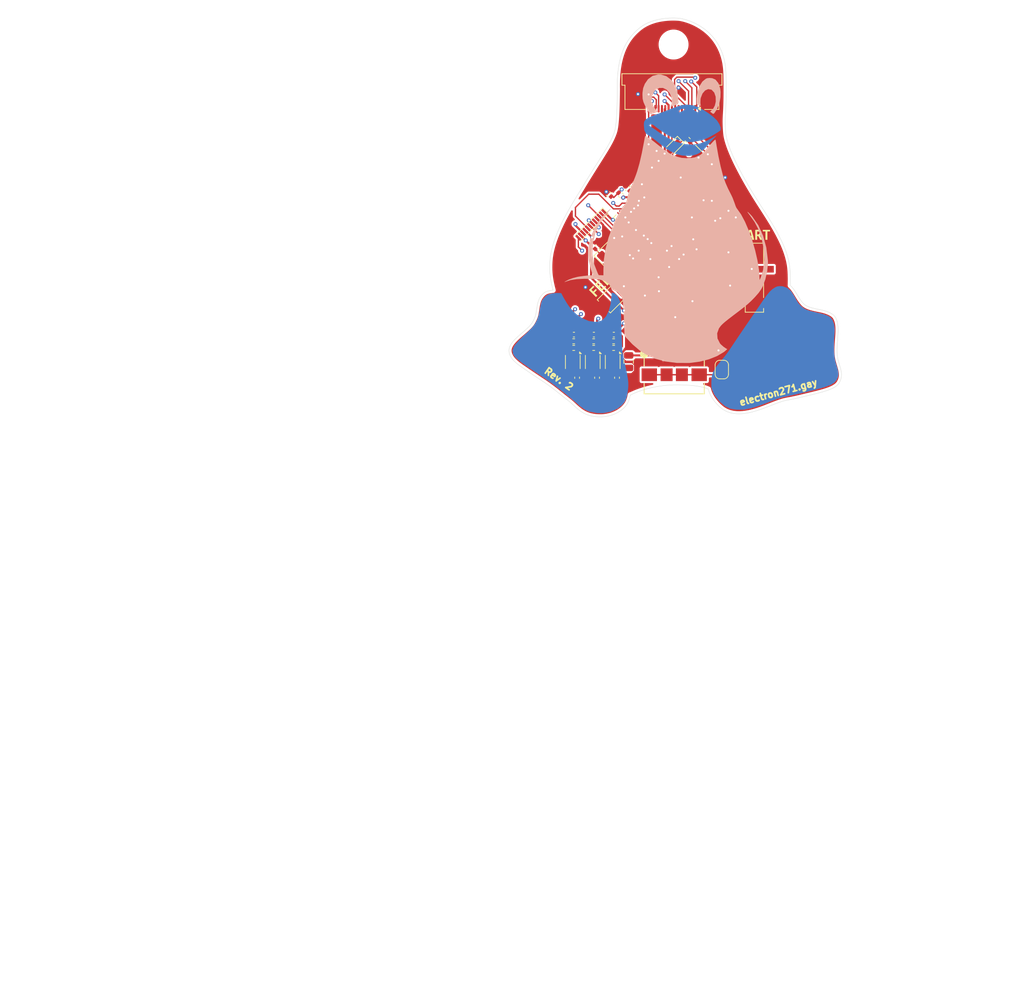
<source format=kicad_pcb>
(kicad_pcb (version 20241229) (generator "pcbnew") (generator_version "9.0")
  (title_block (title "Tux Keychain") (date "2025-05-20") (rev "2") (company "All Things Linux 501(c)(3)"))
  (layers (0 "F.Cu" mixed) (4 "In1.Cu" signal) (6 "In2.Cu" signal) (8 "In3.Cu" signal) (10 "In4.Cu" signal) (2 "B.Cu" signal) (13 "F.Paste" user) (15 "B.Paste" user) (5 "F.SilkS" user "F.Silkscreen") (7 "B.SilkS" user "B.Silkscreen") (1 "F.Mask" user) (3 "B.Mask" user) (25 "Edge.Cuts" user))
  (net 0 "")
  (net 1 "+5V")
  (net 2 "GND")
  (net 3 "+3V3")
  (net 4 "+2V6")
  (net 5 "+1V1")
  (net 6 "/CLKP")
  (net 7 "/CLKN")
  (net 8 "Net-(D1-K)")
  (net 9 "VBUS")
  (net 10 "D-")
  (net 11 "Net-(J1-Shield)")
  (net 13 "D+")
  (net 14 "Net-(U5-FB)")
  (net 15 "Net-(U7-FB)")
  (net 16 "Net-(U8-FB)")
  (net 17 "STATUS")
  (net 18 "Net-(Q2-D)")
  (net 19 "Net-(U4B-SVREF)")
  (net 20 "SPI_CS")
  (net 21 "~{RESET}")
  (net 22 "TVOUT")
  (net 25 "HPR")
  (net 26 "SPI1_CLK")
  (net 28 "SPI1_CS")
  (net 30 "SDC0_CMD{slash}JTAG_TDO")
  (net 31 "SPI1_MOSI")
  (net 34 "SPI_MISO")
  (net 35 "SDC0_D1{slash}JTAG_TMS")
  (net 36 "UART_RX")
  (net 37 "HPCOM")
  (net 41 "SDC0_D2{slash}JTAG_TCK")
  (net 43 "SPI_MOSI")
  (net 45 "SPI_CLK")
  (net 48 "SDC0_D0{slash}JTAG_TDI")
  (net 49 "SPI1_MISO")
  (net 58 "HPL")
  (net 59 "MICIN")
  (net 61 "SDA")
  (net 66 "SCL")
  (net 69 "SDC0_D3")
  (net 73 "UART_TX")
  (net 76 "SDC0_CLK")
  (footprint "Capacitor_SMD:C_0402_1005Metric" (layer "F.Cu") (at 104.75 105.805002 -90)
    (property "Reference" "C23" (hide yes))
    (property "Value" "2u2")
  )
  (footprint "Capacitor_SMD:C_0402_1005Metric" (layer "F.Cu") (at 98.27 99.325002 180)
    (property "Reference" "C20" (hide yes))
    (property "Value" "22u")
  )
  (footprint "LED_SMD:LED_0603_1608Metric" (layer "F.Cu") (at 113.294284 71.066881 -135)
    (property "Reference" "D1" (hide yes))
    (property "Value" "LED (RED)")
  )
  (footprint "Jumper:SolderJumper-2_P1.3mm_Bridged_RoundedPad1.0x1.5mm" (layer "F.Cu") (at 120.5 104.579901 -90)
    (property "Reference" "JP1" (hide yes))
    (property "Value" "jumper")
  )
  (footprint "Capacitor_SMD:C_0402_1005Metric" (layer "F.Cu") (at 101.75 105.805002 -90)
    (property "Reference" "C21" (hide yes))
    (property "Value" "2u2")
  )
  (footprint "Capacitor_SMD:C_0402_1005Metric" (layer "F.Cu") (at 106.316907 77.365435 135)
    (property "Reference" "C13" (hide yes))
    (property "Value" "100n")
  )
  (footprint "tuxkeychain:Jushuo_AFC07-S15FCA-00_1x15-1MP_P0.50_Horizontal" (layer "F.Cu") (at 113 62.45 180)
    (property "Reference" "J3" (hide yes))
    (property "Value" "EXPANSION")
  )
  (footprint "Capacitor_SMD:C_0402_1005Metric" (layer "F.Cu") (at 112.839411 89.539411 -45)
    (property "Reference" "C6" (hide yes))
    (property "Value" "100n")
  )
  (footprint "Capacitor_SMD:C_0402_1005Metric" (layer "F.Cu") (at 115.092102 87.625555 -45)
    (property "Reference" "C7" (hide yes))
    (property "Value" "100n")
  )
  (footprint "Capacitor_SMD:C_0402_1005Metric" (layer "F.Cu") (at 106.034065 89.287256 -135)
    (property "Reference" "C17" (hide yes))
    (property "Value" "30p")
  )
  (footprint "Capacitor_SMD:C_0402_1005Metric" (layer "F.Cu") (at 104.27 99.325002 180)
    (property "Reference" "C22" (hide yes))
    (property "Value" "22u")
  )
  (footprint "Crystal:Crystal_SMD_3225-4Pin_3.2x2.5mm" (layer "F.Cu") (at 103.933957 87.710408 -45)
    (property "Reference" "Y1" (hide yes))
    (property "Value" "24MHz")
  )
  (footprint "Capacitor_SMD:C_0402_1005Metric" (layer "F.Cu") (at 101.798496 86.098205 45)
    (property "Reference" "C18" (hide yes))
    (property "Value" "30p")
  )
  (footprint "LOGO" (layer "F.Cu") (at 128.75 100.45)
    (property "Reference" "G***" (hide yes))
    (property "Value" "LOGO" (hide yes))
  )
  (footprint "Resistor_SMD:R_0402_1005Metric" (layer "F.Cu") (at 98.240001 100.325002)
    (property "Reference" "R13" (hide yes))
    (property "Value" "150k")
  )
  (footprint "tuxkeychain:SolderPads12" (layer "F.Cu") (at 100.883883 82.816117 -135)
    (property "Reference" "J5" (hide yes))
    (property "Value" "Solder Pads")
  )
  (footprint "Resistor_SMD:R_0402_1005Metric" (layer "F.Cu") (at 104.240001 100.325002)
    (property "Reference" "R15" (hide yes))
    (property "Value" "150k")
  )
  (footprint "kibuzzard-687B569F" (layer "F.Cu") (at 119.75 88.2 -45)
    (property "Reference" "kibuzzard-687B569F" (hide yes))
    (property "Value" "G***" (hide yes))
  )
  (footprint "Capacitor_SMD:C_0402_1005Metric" (layer "F.Cu") (at 116.980078 85.765864 -45)
    (property "Reference" "C8" (hide yes))
    (property "Value" "100n")
  )
  (footprint "Package_SON:WSON-6-1EP_2x2mm_P0.65mm_EP1x1.6mm" (layer "F.Cu") (at 104.1 103.437502 -90)
    (property "Reference" "U7" (hide yes))
    (property "Value" "TLV76701DRVx")
  )
  (footprint "Resistor_SMD:R_0402_1005Metric" (layer "F.Cu") (at 115.389087 70.032738 135)
    (property "Reference" "R10" (hide yes))
    (property "Value" "330")
  )
  (footprint "Button_Switch_SMD:SW_SPST_B3U-1000P" (layer "F.Cu") (at 103.932082 93.907918 -135)
    (property "Reference" "SW2" (hide yes))
    (property "Value" "FEL")
  )
  (footprint "kibuzzard-687B5666" (layer "F.Cu") (at 102.25 91.95 45)
    (property "Reference" "kibuzzard-687B5666" (hide yes))
    (property "Value" "G***" (hide yes))
  )
  (footprint "Capacitor_SMD:C_0402_1005Metric" (layer "F.Cu") (at 105.185536 84.903194 -135)
    (property "Reference" "C5" (hide yes))
    (property "Value" "100n")
  )
  (footprint "Button_Switch_SMD:SW_SPST_B3U-1000P" (layer "F.Cu") (at 118 90.2 -45)
    (property "Reference" "SW1" (hide yes))
    (property "Value" "RESET")
  )
  (footprint "kibuzzard-688DDBDB" (layer "F.Cu") (at 125.405 84.32)
    (property "Reference" "kibuzzard-688DDBDB" (hide yes))
    (property "Value" "G***" (hide yes))
  )
  (footprint "Connector_PinHeader_2.54mm:PinHeader_1x04_P2.54mm_Vertical_SMD_Pin1Left" (layer "F.Cu") (at 125.405 90.76)
    (property "Reference" "J2" (hide yes))
    (property "Value" "UART")
  )
  (footprint "tuxkeychain:CONN_10104111-0001LF_AMP" (layer "F.Cu") (at 113.35 105.2299)
    (property "Reference" "J1" (hide yes))
    (property "Value" "Amphenol_10104111")
  )
  (footprint "LOGO" (layer "F.Cu") (at 133.235468 106.326499 -90)
    (property "Reference" "G***" (hide yes))
    (property "Value" "LOGO" (hide yes))
  )
  (footprint "Package_TO_SOT_SMD:SOT-23" (layer "F.Cu") (at 115.928256 72.410385 135)
    (property "Reference" "Q2" (hide yes))
    (property "Value" "2N7002")
  )
  (footprint "Capacitor_SMD:C_0402_1005Metric" (layer "F.Cu") (at 98.75 105.805002 -90)
    (property "Reference" "C19" (hide yes))
    (property "Value" "2u2")
  )
  (footprint "Capacitor_SMD:C_0402_1005Metric" (layer "F.Cu") (at 114.420351 88.297306 -45)
    (property "Reference" "C14" (hide yes))
    (property "Value" "100n")
  )
  (footprint "Resistor_SMD:R_0402_1005Metric" (layer "F.Cu") (at 110.490001 92.7)
    (property "Reference" "R9" (hide yes))
    (property "Value" "3k3")
  )
  (footprint "Capacitor_SMD:C_0402_1005Metric" (layer "F.Cu") (at 106.988659 76.693684 135)
    (property "Reference" "C16" (hide yes))
    (property "Value" "1u")
  )
  (footprint "Resistor_SMD:R_0402_1005Metric" (layer "F.Cu") (at 101.240001 101.325002)
    (property "Reference" "R18" (hide yes))
    (property "Value" "330k")
  )
  (footprint "Capacitor_SMD:C_0402_1005Metric" (layer "F.Cu") (at 101.27 99.325002 180)
    (property "Reference" "C24" (hide yes))
    (property "Value" "22u")
  )
  (footprint "Resistor_SMD:R_0402_1005Metric" (layer "F.Cu") (at 98.240001 101.325002)
    (property "Reference" "R14" (hide yes))
    (property "Value" "470k")
  )
  (footprint "Package_SO:SOIC-8_5.3x5.3mm_P1.27mm" (layer "F.Cu") (at 112.5 96.2)
    (property "Reference" "U6" (hide yes))
    (property "Value" "W25Q128JVS")
  )
  (footprint "Capacitor_SMD:C_0402_1005Metric" (layer "F.Cu") (at 107.731121 75.951222 135)
    (property "Reference" "C15" (hide yes))
    (property "Value" "1u")
  )
  (footprint "Resistor_SMD:R_0402_1005Metric" (layer "F.Cu") (at 114.681981 75.336039 -135)
    (property "Reference" "R11" (hide yes))
    (property "Value" "49k9")
  )
  (footprint "tuxkeychain:QFN-88_EP_10x10_Pitch0.4mm" (layer "F.Cu") (at 111.5 81.7 -135)
    (property "Reference" "U4" (hide yes))
    (property "Value" "F1C100s")
  )
  (footprint "Resistor_SMD:R_0402_1005Metric" (layer "F.Cu") (at 105.326958 78.355385 135)
    (property "Reference" "R7" (hide yes))
    (property "Value" "2k2")
  )
  (footprint "Capacitor_SMD:C_0402_1005Metric" (layer "F.Cu") (at 113.28898 73.971323 45)
    (property "Reference" "C12" (hide yes))
    (property "Value" "100n")
  )
  (footprint "Fuse:Fuse_0805_2012Metric" (layer "F.Cu") (at 106.5 103.387501 -90)
    (property "Reference" "F1" (hide yes))
    (property "Value" "SMD0805B050TF")
  )
  (footprint "Package_SON:WSON-6-1EP_2x2mm_P0.65mm_EP1x1.6mm" (layer "F.Cu") (at 101.1 103.437502 -90)
    (property "Reference" "U8" (hide yes))
    (property "Value" "TLV76701DRVx")
  )
  (footprint "Capacitor_SMD:C_0402_1005Metric" (layer "F.Cu") (at 118.097306 78.779649 45)
    (property "Reference" "C3" (hide yes))
    (property "Value" "2u2")
  )
  (footprint "Resistor_SMD:R_0402_1005Metric" (layer "F.Cu") (at 104.240001 101.325002)
    (property "Reference" "R16" (hide yes))
    (property "Value" "56k")
  )
  (footprint "Resistor_SMD:R_0402_1005Metric" (layer "F.Cu") (at 103.5 78.2 135)
    (property "Reference" "R8" (hide yes))
    (property "Value" "2k2")
  )
  (footprint "Resistor_SMD:R_0402_1005Metric" (layer "F.Cu") (at 101.240001 100.325002)
    (property "Reference" "R17" (hide yes))
    (property "Value" "150k")
  )
  (footprint "Capacitor_SMD:C_0402_1005Metric" (layer "F.Cu") (at 113.960732 74.643074 45)
    (property "Reference" "C4" (hide yes))
    (property "Value" "100n")
  )
  (footprint "LOGO" (layer "F.Cu") (at 134.5 98.95)
    (property "Reference" "G***" (hide yes))
    (property "Value" "LOGO" (hide yes))
  )
  (footprint "Package_SON:WSON-6-1EP_2x2mm_P0.65mm_EP1x1.6mm" (layer "F.Cu") (at 98.1 103.437502 -90)
    (property "Reference" "U5" (hide yes))
    (property "Value" "TLV76701DRVx")
  )
  (footprint "Resistor_SMD:R_0402_1005Metric" (layer "F.Cu") (at 115.75 86.95 135)
    (property "Reference" "R12" (hide yes))
    (property "Value" "49k9")
  )
  (footprint "Graphics" (layer "B.Cu") (at 138.5 51.7 180)
    (property "Reference" "GRAPHIC3" (hide yes))
    (property "Value" "")
  )
  (footprint "Graphics" (layer "B.Cu") (at 138.5 51.7 180)
    (property "Reference" "GRAPHIC2" (hide yes))
    (property "Value" "")
  )
  (footprint "DrillHole" (layer "B.Cu") (at 113.25 55.7 180)
    (property "Reference" "GRAPHIC1" (hide yes))
    (property "Value" "")
  )
  (gr_poly (pts (xy 112.971 51.702) (xy 113.289 51.7) (xy 113.576 51.707) (xy 113.828 51.719) (xy 114.042 51.735) (xy 114.043 51.735) (xy 114.182 51.752) (xy 114.355 51.78) (xy 114.558 51.821) (xy 114.789 51.876) (xy 115.044 51.946) (xy 115.322 52.032) (xy 115.619 52.136) (xy 115.932 52.258) (xy 116.258 52.399) (xy 116.594 52.561) (xy 116.938 52.745) (xy 117.286 52.952) (xy 117.636 53.183) (xy 117.985 53.438) (xy 118.33 53.72) (xy 118.667 54.029) (xy 118.995 54.366) (xy 119.309 54.733) (xy 119.608 55.13) (xy 119.888 55.559) (xy 120.147 56.02) (xy 120.231 56.189) (xy 120.425 56.61) (xy 120.598 57.055) (xy 120.751 57.525) (xy 120.881 58.022) (xy 120.986 58.545) (xy 121.065 59.095) (xy 121.115 59.673) (xy 121.135 60.16) (xy 121.145 60.752) (xy 121.152 61.303) (xy 121.157 61.816) (xy 121.159 62.292) (xy 121.159 62.734) (xy 121.158 63.142) (xy 121.154 63.52) (xy 121.149 63.869) (xy 121.143 64.191) (xy 121.135 64.488) (xy 121.127 64.762) (xy 121.117 65.016) (xy 121.107 65.25) (xy 121.097 65.467) (xy 121.087 65.669) (xy 121.076 65.857) (xy 121.066 66.035) (xy 121.056 66.203) (xy 121.047 66.364) (xy 121.039 66.52) (xy 121.032 66.672) (xy 121.026 66.823) (xy 121.021 66.975) (xy 121.018 67.129) (xy 121.017 67.287) (xy 121.018 67.452) (xy 121.021 67.625) (xy 121.026 67.809) (xy 121.034 68.005) (xy 121.045 68.215) (xy 121.059 68.442) (xy 121.076 68.686) (xy 121.097 68.951) (xy 121.103 69.023) (xy 121.145 69.365) (xy 121.217 69.735) (xy 121.315 70.127) (xy 121.438 70.54) (xy 121.584 70.972) (xy 121.749 71.418) (xy 121.934 71.877) (xy 122.133 72.346) (xy 122.347 72.822) (xy 122.572 73.302) (xy 122.682 73.528) (xy 122.936 74.039) (xy 123.197 74.546) (xy 123.461 75.046) (xy 123.727 75.537) (xy 123.991 76.013) (xy 124.251 76.473) (xy 124.505 76.913) (xy 124.749 77.33) (xy 124.981 77.72) (xy 125.199 78.08) (xy 125.4 78.407) (xy 125.449 78.487) (xy 125.945 79.274) (xy 126.455 80.069) (xy 126.969 80.87) (xy 127.482 81.678) (xy 127.984 82.49) (xy 128.468 83.308) (xy 128.926 84.131) (xy 129.35 84.957) (xy 129.402 85.065) (xy 129.688 85.677) (xy 129.947 86.292) (xy 130.177 86.907) (xy 130.374 87.524) (xy 130.536 88.142) (xy 130.66 88.761) (xy 130.684 88.913) (xy 130.737 89.346) (xy 130.775 89.809) (xy 130.798 90.295) (xy 130.81 90.797) (xy 130.81 91.305) (xy 130.802 91.812) (xy 130.799 91.933) (xy 131.037 92.171) (xy 131.254 92.436) (xy 131.457 92.724) (xy 131.652 93.027) (xy 131.843 93.34) (xy 132.038 93.658) (xy 132.242 93.974) (xy 132.462 94.284) (xy 132.703 94.58) (xy 132.738 94.619) (xy 132.918 94.788) (xy 133.13 94.933) (xy 133.369 95.059) (xy 133.633 95.167) (xy 133.919 95.261) (xy 134.224 95.344) (xy 134.546 95.419) (xy 134.881 95.489) (xy 135.228 95.558) (xy 135.304 95.574) (xy 135.593 95.636) (xy 135.88 95.71) (xy 136.162 95.796) (xy 136.433 95.895) (xy 136.69 96.005) (xy 136.927 96.128) (xy 137.14 96.263) (xy 137.325 96.411) (xy 137.477 96.571) (xy 137.561 96.69) (xy 137.666 96.886) (xy 137.787 97.168) (xy 137.875 97.471) (xy 137.935 97.792) (xy 137.971 98.13) (xy 137.986 98.481) (xy 137.984 98.845) (xy 137.969 99.219) (xy 137.945 99.6) (xy 137.916 99.986) (xy 137.885 100.376) (xy 137.857 100.766) (xy 137.836 101.156) (xy 137.824 101.542) (xy 137.826 101.923) (xy 137.847 102.296) (xy 137.889 102.66) (xy 137.956 103.011) (xy 137.958 103.019) (xy 138.052 103.377) (xy 138.154 103.729) (xy 138.257 104.074) (xy 138.352 104.411) (xy 138.43 104.742) (xy 138.482 105.065) (xy 138.5 105.347) (xy 138.49 105.572) (xy 138.457 105.803) (xy 138.395 106.042) (xy 138.3 106.292) (xy 138.169 106.552) (xy 138.168 106.553) (xy 138.032 106.752) (xy 137.858 106.936) (xy 137.648 107.106) (xy 137.401 107.264) (xy 137.121 107.412) (xy 136.807 107.551) (xy 136.462 107.683) (xy 136.425 107.696) (xy 135.991 107.839) (xy 135.517 107.978) (xy 135.006 108.116) (xy 134.458 108.255) (xy 133.876 108.397) (xy 133.364 108.521) (xy 132.945 108.621) (xy 131.997 108.847) (xy 131.306 108.998) (xy 131.095 109.042) (xy 130.919 109.077) (xy 130.769 109.105) (xy 130.64 109.129) (xy 130.562 109.143) (xy 130.426 109.168) (xy 130.297 109.192) (xy 130.173 109.217) (xy 130.051 109.243) (xy 129.927 109.271) (xy 129.799 109.304) (xy 129.663 109.342) (xy 129.516 109.385) (xy 129.356 109.436) (xy 129.18 109.496) (xy 128.984 109.565) (xy 128.765 109.644) (xy 128.52 109.736) (xy 128.247 109.84) (xy 127.942 109.959) (xy 127.603 110.093) (xy 127.431 110.161) (xy 126.879 110.377) (xy 126.29 110.591) (xy 125.798 110.753) (xy 125.379 110.879) (xy 124.949 110.993) (xy 124.511 111.09) (xy 124.069 111.166) (xy 123.623 111.218) (xy 123.178 111.242) (xy 122.735 111.233) (xy 122.297 111.188) (xy 122.138 111.161) (xy 121.782 111.08) (xy 121.434 110.967) (xy 121.098 110.822) (xy 120.774 110.64) (xy 120.463 110.421) (xy 120.441 110.404) (xy 120.097 110.107) (xy 119.767 109.776) (xy 119.459 109.421) (xy 119.181 109.049) (xy 119.04 108.835) (xy 118.831 108.47) (xy 118.775 108.357) (xy 118.623 108.009) (xy 118.595 107.932) (xy 118.495 107.607) (xy 118.476 107.526) (xy 118.373 107.476) (xy 118.25 107.425) (xy 118.105 107.371) (xy 117.938 107.317) (xy 117.747 107.262) (xy 117.53 107.208) (xy 117.286 107.156) (xy 117.013 107.106) (xy 116.71 107.059) (xy 116.375 107.015) (xy 116.007 106.976) (xy 115.603 106.943) (xy 115.163 106.915) (xy 114.685 106.894) (xy 114.168 106.881) (xy 113.93 106.878) (xy 113.338 106.882) (xy 112.765 106.906) (xy 112.212 106.946) (xy 111.681 107.003) (xy 111.172 107.072) (xy 110.686 107.153) (xy 110.224 107.244) (xy 109.787 107.342) (xy 109.376 107.446) (xy 108.991 107.553) (xy 108.633 107.663) (xy 108.304 107.772) (xy 108.003 107.878) (xy 107.733 107.981) (xy 107.494 108.078) (xy 107.286 108.166) (xy 107.111 108.245) (xy 106.969 108.311) (xy 106.862 108.364) (xy 106.79 108.401) (xy 106.754 108.42) (xy 106.75 108.423) (xy 106.748 108.39) (xy 106.665 108.784) (xy 106.612 108.978) (xy 106.49 109.315) (xy 106.334 109.634) (xy 106.272 109.739) (xy 106.087 110.004) (xy 105.866 110.261) (xy 105.7 110.427) (xy 105.405 110.678) (xy 105.071 110.912) (xy 104.785 111.08) (xy 104.408 111.261) (xy 104 111.416) (xy 103.685 111.51) (xy 103.261 111.606) (xy 102.813 111.67) (xy 102.498 111.694) (xy 102.037 111.7) (xy 101.56 111.67) (xy 101.262 111.633) (xy 100.878 111.561) (xy 100.524 111.466) (xy 100.197 111.349) (xy 99.895 111.213) (xy 99.612 111.059) (xy 99.495 110.988) (xy 99.143 110.745) (xy 98.817 110.483) (xy 98.505 110.208) (xy 98.25 109.974) (xy 98.238 109.963) (xy 97.883 109.638) (xy 97.509 109.322) (xy 97.428 109.259) (xy 97.088 108.996) (xy 96.887 108.837) (xy 96.733 108.716) (xy 96.605 108.614) (xy 96.495 108.527) (xy 96.396 108.447) (xy 96.353 108.412) (xy 95.587 107.801) (xy 95.048 107.382) (xy 94.475 106.958) (xy 93.87 106.534) (xy 93.582 106.343) (xy 93.159 106.065) (xy 92.718 105.772) (xy 92.307 105.498) (xy 91.61 105.028) (xy 90.962 104.582) (xy 90.717 104.414) (xy 90.46 104.238) (xy 90.197 104.053) (xy 89.934 103.858) (xy 89.677 103.654) (xy 89.431 103.44) (xy 89.202 103.215) (xy 88.997 102.98) (xy 88.822 102.733) (xy 88.692 102.495) (xy 88.595 102.27) (xy 88.53 102.036) (xy 88.5 101.792) (xy 88.502 101.625) (xy 88.538 101.385) (xy 88.612 101.15) (xy 88.722 100.918) (xy 88.862 100.688) (xy 89.03 100.461) (xy 89.221 100.237) (xy 89.431 100.015) (xy 89.658 99.794) (xy 89.895 99.575) (xy 90.141 99.358) (xy 90.391 99.141) (xy 90.641 98.925) (xy 90.747 98.833) (xy 91.003 98.608) (xy 91.252 98.383) (xy 91.487 98.158) (xy 91.701 97.932) (xy 91.885 97.705) (xy 92.008 97.521) (xy 92.121 97.32) (xy 92.235 97.096) (xy 92.343 96.861) (xy 92.437 96.623) (xy 92.51 96.394) (xy 92.548 96.233) (xy 92.611 95.862) (xy 92.665 95.511) (xy 92.715 95.18) (xy 92.769 94.866) (xy 92.834 94.568) (xy 92.917 94.284) (xy 93.023 94.012) (xy 93.162 93.751) (xy 93.249 93.617) (xy 93.417 93.395) (xy 93.584 93.212) (xy 93.754 93.062) (xy 93.931 92.944) (xy 94.119 92.851) (xy 94.322 92.781) (xy 94.544 92.729) (xy 94.789 92.691) (xy 94.829 92.687) (xy 95.133 92.643) (xy 95.007 92.145) (xy 94.9 91.679) (xy 94.812 91.238) (xy 94.743 90.818) (xy 94.69 90.412) (xy 94.653 90.014) (xy 94.632 89.62) (xy 94.625 89.222) (xy 94.63 88.817) (xy 94.648 88.397) (xy 94.652 88.34) (xy 94.707 87.738) (xy 94.801 87.128) (xy 94.933 86.509) (xy 95.1 85.881) (xy 95.3 85.246) (xy 95.531 84.603) (xy 95.79 83.954) (xy 96.077 83.299) (xy 96.388 82.638) (xy 96.721 81.972) (xy 97.075 81.301) (xy 97.446 80.626) (xy 97.834 79.948) (xy 98.236 79.267) (xy 98.65 78.583) (xy 99.073 77.897) (xy 99.397 77.38) (xy 99.784 76.734) (xy 100.172 76.097) (xy 100.558 75.472) (xy 100.939 74.862) (xy 101.312 74.267) (xy 101.675 73.692) (xy 102.025 73.137) (xy 102.36 72.606) (xy 102.675 72.1) (xy 102.969 71.622) (xy 103.238 71.175) (xy 103.262 71.134) (xy 103.463 70.785) (xy 103.642 70.462) (xy 103.802 70.159) (xy 103.945 69.867) (xy 104.076 69.578) (xy 104.197 69.285) (xy 104.312 68.981) (xy 104.338 68.907) (xy 104.403 68.691) (xy 104.461 68.435) (xy 104.514 68.137) (xy 104.561 67.798) (xy 104.603 67.418) (xy 104.64 66.996) (xy 104.672 66.532) (xy 104.7 66.027) (xy 104.724 65.48) (xy 104.744 64.891) (xy 104.76 64.259) (xy 104.774 63.586) (xy 104.784 62.87) (xy 104.79 62.418) (xy 104.783 61.703) (xy 104.797 61.022) (xy 104.833 60.376) (xy 104.887 59.763) (xy 104.961 59.182) (xy 105.053 58.631) (xy 105.162 58.11) (xy 105.287 57.618) (xy 105.428 57.153) (xy 105.584 56.714) (xy 105.753 56.3) (xy 105.936 55.91) (xy 106.131 55.543) (xy 106.338 55.198) (xy 106.555 54.873) (xy 106.782 54.567) (xy 107.018 54.28) (xy 107.262 54.009) (xy 107.513 53.755) (xy 107.771 53.515) (xy 108.035 53.29) (xy 108.214 53.145) (xy 108.591 52.875) (xy 108.986 52.64) (xy 109.394 52.437) (xy 109.811 52.264) (xy 110.234 52.119) (xy 110.657 52) (xy 111.078 51.905) (xy 111.492 51.83) (xy 111.895 51.775) (xy 112.283 51.737) (xy 112.651 51.713) (xy 112.971 51.702)) (stroke (width 0.05)) (fill no) (layer "Edge.Cuts"))
  (gr_text "electron271.gay\n" (at 129 108 15) (layer "F.SilkS") (effects (font (size 1 1) (thickness 0.25) (bold yes))))
  (gr_text "Rev. ${REVISION}" (at 96 106 325) (layer "F.SilkS") (effects (font (size 1 1) (thickness 0.25) (bold yes))))
  (segment (start 97.45 104.325002) (end 97.45 104.775002) (width 0.3) (layer "F.Cu") (net 1))
  (segment (start 104 105.325002) (end 104.75 105.325002) (width 0.3) (layer "F.Cu") (net 1))
  (segment (start 103.45 104.325002) (end 103.45 104.775002) (width 0.3) (layer "F.Cu") (net 1))
  (segment (start 106.5 104.325002) (end 104.75 104.325002) (width 0.3) (layer "F.Cu") (net 1))
  (segment (start 96.75 97.2) (end 98.447343 95.502657) (width 0.3) (layer "F.Cu") (net 1))
  (segment (start 97.45 104.325002) (end 96.875002 104.325002) (width 0.3) (layer "F.Cu") (net 1))
  (segment (start 104.75 104.325002) (end 104.75 105.325002) (width 0.3) (layer "F.Cu") (net 1))
  (segment (start 101.75 105.325002) (end 101.75 104.325002) (width 0.3) (layer "F.Cu") (net 1))
  (segment (start 98.75 105.325002) (end 98.75 104.325002) (width 0.3) (layer "F.Cu") (net 1))
  (segment (start 123.75 86.95) (end 121.5 86.95) (width 0.3) (layer "F.Cu") (net 1))
  (segment (start 96.875002 104.325002) (end 96.75 104.2) (width 0.3) (layer "F.Cu") (net 1))
  (segment (start 103.45 104.775002) (end 104 105.325002) (width 0.3) (layer "F.Cu") (net 1))
  (segment (start 101 84.7) (end 100 83.7) (width 0.3) (layer "F.Cu") (net 1))
  (segment (start 97.45 104.775002) (end 98 105.325002) (width 0.3) (layer "F.Cu") (net 1))
  (segment (start 101.75 104.325002) (end 103.45 104.325002) (width 0.3) (layer "F.Cu") (net 1))
  (segment (start 101 105.325002) (end 101.75 105.325002) (width 0.3) (layer "F.Cu") (net 1))
  (segment (start 98 105.325002) (end 98.75 105.325002) (width 0.3) (layer "F.Cu") (net 1))
  (segment (start 98.75 104.325002) (end 100.45 104.325002) (width 0.3) (layer "F.Cu") (net 1))
  (segment (start 111.928 72.072) (end 111.928 65.422) (width 0.3) (layer "F.Cu") (net 1))
  (segment (start 100.45 104.325002) (end 100.45 104.775002) (width 0.3) (layer "F.Cu") (net 1))
  (segment (start 96.75 104.2) (end 96.75 97.2) (width 0.3) (layer "F.Cu") (net 1))
  (segment (start 111.9 72.1) (end 111.928 72.072) (width 0.3) (layer "F.Cu") (net 1))
  (segment (start 111.928 65.422) (end 112 65.35) (width 0.3) (layer "F.Cu") (net 1))
  (segment (start 100.45 104.775002) (end 101 105.325002) (width 0.3) (layer "F.Cu") (net 1))
  (via (at 121.5 86.95) (size 0.6) (drill 0.3) (layers "F.Cu" "B.Cu") (net 1))
  (via (at 98.447343 95.502657) (size 0.6) (drill 0.3) (layers "F.Cu" "B.Cu") (net 1))
  (via (at 101 84.7) (size 0.6) (drill 0.3) (layers "F.Cu" "B.Cu") (net 1))
  (via (at 111.9 72.1) (size 0.6) (drill 0.3) (layers "F.Cu" "B.Cu") (net 1))
  (segment (start 117.26292 72.401546) (end 117.232233 72.432233) (width 0.3) (layer "F.Cu") (net 2))
  (segment (start 105.694654 89.626667) (end 104.648135 89.626667) (width 0.3) (layer "F.Cu") (net 2))
  (segment (start 98.1 103.437502) (end 104.1 103.437502) (width 0.3) (layer "F.Cu") (net 2))
  (segment (start 116 81.7) (end 111.5 81.7) (width 0.3) (layer "F.Cu") (net 2))
  (segment (start 111.5 83.6403) (end 113.994673 86.134974) (width 0.3) (layer "F.Cu") (net 2))
  (segment (start 107.451 103.869566) (end 107.451 104.780438) (width 0.3) (layer "F.Cu") (net 2))
  (segment (start 117.368986 82.76066) (end 112.56066 82.76066) (width 0.3) (layer "F.Cu") (net 2))
  (segment (start 117.368986 82.76066) (end 117.086144 83.043503) (width 0.3) (layer "F.Cu") (net 2))
  (segment (start 116.844847 72.819619) (end 114.440684 72.819619) (width 0.3) (layer "F.Cu") (net 2))
  (segment (start 105.549 102.905436) (end 105.549 101.994564) (width 0.3) (layer "F.Cu") (net 2))
  (segment (start 103.209002 99.906) (end 103.79 99.325002) (width 0.3) (layer "F.Cu") (net 2))
  (segment (start 117.319489 86.105275) (end 119.202082 87.987868) (width 0.3) (layer "F.Cu") (net 2))
  (segment (start 101.767766 81.932234) (end 102.651 82.815468) (width 0.3) (layer "F.Cu") (net 2))
  (segment (start 98.1 103.437502) (end 97.209002 102.546504) (width 0.3) (layer "F.Cu") (net 2))
  (segment (start 104.150717 76.828035) (end 105.779507 76.828035) (width 0.3) (layer "F.Cu") (net 2))
  (segment (start 97.209002 99.906) (end 97.79 99.325002) (width 0.3) (layer "F.Cu") (net 2))
  (segment (start 103.79 98.724239) (end 103.79 99.325002) (width 0.3) (layer "F.Cu") (net 2))
  (segment (start 107.018936 103.437502) (end 107.451 103.869566) (width 0.3) (layer "F.Cu") (net 2))
  (segment (start 112.56066 82.76066) (end 111.5 81.7) (width 0.3) (layer "F.Cu") (net 2))
  (segment (start 104.75 100.285002) (end 103.79 99.325002) (width 0.3) (layer "F.Cu") (net 2))
  (segment (start 114.65 102.5097) (end 114.65 103.263399) (width 0.3) (layer "F.Cu") (net 2))
  (segment (start 104.1 103.437502) (end 107.018936 103.437502) (width 0.3) (layer "F.Cu") (net 2))
  (segment (start 110.156497 87.286144) (end 111.887053 89.0167) (width 0.3) (layer "F.Cu") (net 2))
  (segment (start 117.525127 91.402082) (end 114.759762 88.636717) (width 0.3) (layer "F.Cu") (net 2))
  (segment (start 105.518227 96.996012) (end 103.79 98.724239) (width 0.3) (layer "F.Cu") (net 2))
  (segment (start 105.694654 89.626667) (end 107.5 91.432013) (width 0.3) (layer "F.Cu") (net 2))
  (segment (start 105.946436 106.285002) (end 104.75 106.285002) (width 0.3) (layer "F.Cu") (net 2))
  (segment (start 100.209002 99.906) (end 100.79 99.325002) (width 0.3) (layer "F.Cu") (net 2))
  (segment (start 105.549 101.994564) (end 108.9125 98.631064) (width 0.3) (layer "F.Cu") (net 2))
  (segment (start 114.300143 74.303663) (end 113.628391 73.631912) (width 0.3) (layer "F.Cu") (net 2))
  (segment (start 111.5 81.7) (end 111.5 83.6403) (width 0.3) (layer "F.Cu") (net 2))
  (segment (start 98.75 100.285002) (end 97.79 99.325002) (width 0.3) (layer "F.Cu") (net 2))
  (segment (start 119.202082 87.987868) (end 119.202082 91.402082) (width 0.3) (layer "F.Cu") (net 2))
  (segment (start 108.9125 98.105) (end 107.166523 98.105) (width 0.3) (layer "F.Cu") (net 2))
  (segment (start 107.451 104.780438) (end 105.946436 106.285002) (width 0.3) (layer "F.Cu") (net 2))
  (segment (start 114.759762 88.636717) (end 115.431513 87.964966) (width 0.3) (layer "F.Cu") (net 2))
  (segment (start 107.166523 98.105) (end 106.057535 96.996012) (width 0.3) (layer "F.Cu") (net 2))
  (segment (start 107.5 91.432013) (end 107.5 97.771523) (width 0.3) (layer "F.Cu") (net 2))
  (segment (start 102.651 82.815468) (end 102.651 85.245701) (width 0.3) (layer "F.Cu") (net 2))
  (segment (start 116.070202 103.929902) (end 114.65 102.5097) (width 0.3) (layer "F.Cu") (net 2))
  (segment (start 106.057535 96.996012) (end 105.518227 96.996012) (width 0.3) (layer "F.Cu") (net 2))
  (segment (start 112.385448 89.878822) (end 113.178822 89.878822) (width 0.3) (layer "F.Cu") (net 2))
  (segment (start 107.39171 75.611811) (end 105.977496 77.026024) (width 0.3) (layer "F.Cu") (net 2))
  (segment (start 103.139376 77.839376) (end 104.150717 76.828035) (width 0.3) (layer "F.Cu") (net 2))
  (segment (start 120.5 103.929902) (end 116.070202 103.929902) (width 0.3) (layer "F.Cu") (net 2))
  (segment (start 104.771262 85.242605) (end 104.323948 84.795291) (width 0.3) (layer "F.Cu") (net 2))
  (segment (start 111.887053 89.380427) (end 112.385448 89.878822) (width 0.3) (layer "F.Cu") (net 2))
  (segment (start 119.202082 91.402082) (end 117.525127 91.402082) (width 0.3) (layer "F.Cu") (net 2))
  (segment (start 117.651829 80.922183) (end 116.874012 81.7) (width 0.3) (layer "F.Cu") (net 2))
  (segment (start 103.209002 102.546504) (end 103.209002 99.906) (width 0.3) (layer "F.Cu") (net 2))
  (segment (start 114.65 103.263399) (end 114.454199 103.4592) (width 0.3) (layer "F.Cu") (net 2))
  (segment (start 104.1 103.437502) (end 103.209002 102.546504) (width 0.3) (layer "F.Cu") (net 2))
  (segment (start 108.9125 98.631064) (end 108.9125 98.105) (width 0.3) (layer "F.Cu") (net 2))
  (segment (start 104.75 100.325002) (end 104.75 100.285002) (width 0.3) (layer "F.Cu") (net 2))
  (segment (start 102.651 85.245701) (end 102.137907 85.758794) (width 0.3) (layer "F.Cu") (net 2))
  (segment (start 117.086144 83.043503) (end 116.803301 83.326346) (width 0.3) (layer "F.Cu") (net 2))
  (segment (start 111.5 66.7) (end 111 67.2) (width 0.3) (layer "F.Cu") (net 2))
  (segment (start 101.75 100.285002) (end 100.79 99.325002) (width 0.3) (layer "F.Cu") (net 2))
  (segment (start 101.1 103.437502) (end 100.209002 102.546504) (width 0.3) (layer "F.Cu") (net 2))
  (segment (start 105.779507 76.828035) (end 105.977496 77.026024) (width 0.3) (layer "F.Cu") (net 2))
  (segment (start 98.1 104.325002) (end 98.1 103.437502) (width 0.3) (layer "F.Cu") (net 2))
  (segment (start 116.237615 83.892031) (end 114.045584 81.7) (width 0.3) (layer "F.Cu") (net 2))
  (segment (start 104.846125 85.242605) (end 104.771262 85.242605) (width 0.3) (layer "F.Cu") (net 2))
  (segment (start 114.045584 81.7) (end 111.5 81.7) (width 0.3) (layer "F.Cu") (net 2))
  (segment (start 111.5 65.35) (end 111.5 66.7) (width 0.3) (layer "F.Cu") (net 2))
  (segment (start 104.75 106.285002) (end 98.75 106.285002) (width 0.3) (layer "F.Cu") (net 2))
  (segment (start 117.232233 72.432233) (end 116.844847 72.819619) (width 0.3) (layer "F.Cu") (net 2))
  (segment (start 104.648135 89.626667) (end 104.110734 89.089266) (width 0.3) (layer "F.Cu") (net 2))
  (segment (start 111.887053 89.0167) (end 111.887053 89.380427) (width 0.3) (layer "F.Cu") (net 2))
  (segment (start 101.75 100.325002) (end 101.75 100.285002) (width 0.3) (layer "F.Cu") (net 2))
  (segment (start 114.440684 72.819619) (end 113.628391 73.631912) (width 0.3) (layer "F.Cu") (net 2))
  (segment (start 104.1 104.325002) (end 104.1 103.437502) (width 0.3) (layer "F.Cu") (net 2))
  (segment (start 107.5 97.771523) (end 107.166523 98.105) (width 0.3) (layer "F.Cu") (net 2))
  (segment (start 97.209002 102.546504) (end 97.209002 99.906) (width 0.3) (layer "F.Cu") (net 2))
  (segment (start 106.102764 103.4592) (end 105.549 102.905436) (width 0.3) (layer "F.Cu") (net 2))
  (segment (start 101.1 104.325002) (end 101.1 103.437502) (width 0.3) (layer "F.Cu") (net 2))
  (segment (start 116.874012 81.7) (end 116 81.7) (width 0.3) (layer "F.Cu") (net 2))
  (segment (start 114.454199 103.4592) (end 106.102764 103.4592) (width 0.3) (layer "F.Cu") (net 2))
  (segment (start 98.75 100.325002) (end 98.75 100.285002) (width 0.3) (layer "F.Cu") (net 2))
  (segment (start 100.209002 102.546504) (end 100.209002 99.906) (width 0.3) (layer "F.Cu") (net 2))
  (via (at 121 75.7) (size 0.6) (drill 0.3) (layers "F.Cu" "B.Cu") (net 2))
  (via (at 119 79.2) (size 0.6) (drill 0.3) (layers "F.Cu" "B.Cu") (net 2))
  (via (at 100 92.2) (size 0.6) (drill 0.3) (layers "F.Cu" "B.Cu") (net 2))
  (via (at 103.139376 77.839376) (size 0.6) (drill 0.3) (layers "F.Cu" "B.Cu") (net 2))
  (via (at 107.9 63.15) (size 0.6) (drill 0.3) (layers "F.Cu" "B.Cu") (net 2))
  (via (at 111 73.2) (size 0.6) (drill 0.3) (layers "F.Cu" "B.Cu") (net 2))
  (via (at 120 101.7) (size 0.6) (drill 0.3) (layers "F.Cu" "B.Cu") (net 2))
  (via (at 114 62.2) (size 0.6) (drill 0.3) (layers "F.Cu" "B.Cu") (net 2))
  (via (at 117 72.7) (size 0.6) (drill 0.3) (layers "F.Cu" "B.Cu") (net 2))
  (via (at 111 90.7) (size 0.6) (drill 0.3) (layers "F.Cu" "B.Cu") (net 2))
  (via (at 113.5 96.7) (size 0.6) (drill 0.3) (layers "F.Cu" "B.Cu") (net 2))
  (via (at 116 81.7) (size 0.6) (drill 0.3) (layers "F.Cu" "B.Cu") (net 2))
  (via (at 104.323948 84.795291) (size 0.6) (drill 0.3) (layers "F.Cu" "B.Cu") (net 2))
  (segment (start 98.75 99.325002) (end 98.75 96.810477) (width 0.3) (layer "F.Cu") (net 3))
  (segment (start 112.5 64.8) (end 112.5 65.35) (width 0.3) (layer "F.Cu") (net 3))
  (segment (start 109.724999 96.835) (end 111 95.559999) (width 0.3) (layer "F.Cu") (net 3))
  (segment (start 111 95.559999) (end 111 92.7) (width 0.3) (layer "F.Cu") (net 3))
  (segment (start 98.75 96.810477) (end 99.323636 96.236841) (width 0.3) (layer "F.Cu") (net 3))
  (segment (start 99.25 99.325002) (end 98.75 99.325002) (width 0.3) (layer "F.Cu") (net 3))
  (segment (start 98.75 102.550002) (end 98.75 101.325002) (width 0.3) (layer "F.Cu") (net 3))
  (segment (start 113.409188 74.982486) (end 112.56066 75.831014) (width 0.3) (layer "F.Cu") (net 3))
  (segment (start 99.25 101.325002) (end 99.5 101.075002) (width 0.3) (layer "F.Cu") (net 3))
  (segment (start 105.524948 84.563782) (end 106.479542 83.609188) (width 0.3) (layer "F.Cu") (net 3))
  (segment (start 98.75 101.325002) (end 99.25 101.325002) (width 0.3) (layer "F.Cu") (net 3))
  (segment (start 116.0875 94.295) (end 116.0875 95.565) (width 0.3) (layer "F.Cu") (net 3))
  (segment (start 117.086144 80.356497) (end 116.803301 80.073654) (width 0.3) (layer "F.Cu") (net 3))
  (segment (start 114.752691 87.286144) (end 114.540559 87.286144) (width 0.3) (layer "F.Cu") (net 3))
  (segment (start 99.5 101.075002) (end 99.5 99.575002) (width 0.3) (layer "F.Cu") (net 3))
  (segment (start 102.828427 80.871573) (end 104.007716 82.050862) (width 0.3) (layer "F.Cu") (net 3))
  (segment (start 112.5 71.386291) (end 112.5 65.35) (width 0.3) (layer "F.Cu") (net 3))
  (segment (start 112.737437 71.623728) (end 112.5 71.386291) (width 0.3) (layer "F.Cu") (net 3))
  (segment (start 112.5 89.2) (end 112.5 88.639697) (width 0.3) (layer "F.Cu") (net 3))
  (segment (start 112.539985 89.2) (end 112.582925 89.15706) (width 0.3) (layer "F.Cu") (net 3))
  (segment (start 115.389376 86.589376) (end 115.389376 86.649459) (width 0.3) (layer "F.Cu") (net 3))
  (segment (start 117.757895 79.11906) (end 117.676955 79.2) (width 0.3) (layer "F.Cu") (net 3))
  (segment (start 113.62132 74.982486) (end 114.321357 75.682522) (width 0.3) (layer "F.Cu") (net 3))
  (segment (start 112.5 88.639697) (end 111.994975 88.134672) (width 0.3) (layer "F.Cu") (net 3))
  (segment (start 108.9125 96.835) (end 109.724999 96.835) (width 0.3) (layer "F.Cu") (net 3))
  (segment (start 112.5 89.2) (end 112.539985 89.2) (width 0.3) (layer "F.Cu") (net 3))
  (segment (start 111.9 64.2) (end 112.5 64.8) (width 0.3) (layer "F.Cu") (net 3))
  (segment (start 104.007716 82.050862) (end 104.149138 82.050862) (width 0.3) (layer "F.Cu") (net 3))
  (segment (start 99.5 99.575002) (end 99.25 99.325002) (width 0.3) (layer "F.Cu") (net 3))
  (segment (start 114.540559 87.286144) (end 113.692031 86.437615) (width 0.3) (layer "F.Cu") (net 3))
  (segment (start 113.62132 74.982486) (end 113.409188 74.982486) (width 0.3) (layer "F.Cu") (net 3))
  (segment (start 114.321357 75.682522) (end 114.321357 75.696663) (width 0.3) (layer "F.Cu") (net 3))
  (segment (start 115.389376 86.649459) (end 114.752691 87.286144) (width 0.3) (layer "F.Cu") (net 3))
  (segment (start 117.757895 79.11906) (end 116.803301 80.073654) (width 0.3) (layer "F.Cu") (net 3))
  (via (at 111.9 64.2) (size 0.6) (drill 0.3) (layers "F.Cu" "B.Cu") (net 3))
  (via (at 114.752691 87.286144) (size 0.6) (drill 0.3) (layers "F.Cu" "B.Cu") (net 3))
  (via (at 116.0875 94.295) (size 0.6) (drill 0.3) (layers "F.Cu" "B.Cu") (net 3))
  (via (at 117.757895 79.11906) (size 0.6) (drill 0.3) (layers "F.Cu" "B.Cu") (net 3))
  (via (at 99.323636 96.236841) (size 0.6) (drill 0.3) (layers "F.Cu" "B.Cu") (net 3))
  (via (at 114.321357 75.696663) (size 0.6) (drill 0.3) (layers "F.Cu" "B.Cu") (net 3))
  (via (at 105.524947 84.563783) (size 0.6) (drill 0.3) (layers "F.Cu" "B.Cu") (net 3))
  (via (at 104.149138 82.050862) (size 0.6) (drill 0.3) (layers "F.Cu" "B.Cu") (net 3))
  (via (at 112.582925 89.15706) (size 0.6) (drill 0.3) (layers "F.Cu" "B.Cu") (net 3))
  (via (at 111.051002 92.800611) (size 0.6) (drill 0.3) (layers "F.Cu" "B.Cu") (net 3))
  (segment (start 107.610913 77.457359) (end 107.434136 77.634136) (width 0.3) (layer "F.Cu") (net 4))
  (segment (start 102.5 101.075002) (end 102.5 99.575002) (width 0.3) (layer "F.Cu") (net 4))
  (segment (start 107.434136 77.634136) (end 107.434136 77.877381) (width 0.3) (layer "F.Cu") (net 4))
  (segment (start 102.5 99.575002) (end 102.25 99.325002) (width 0.3) (layer "F.Cu") (net 4))
  (segment (start 116.640666 85.426453) (end 116.207107 84.992893) (width 0.3) (layer "F.Cu") (net 4))
  (segment (start 101.75 97.101093) (end 101.929261 96.921832) (width 0.3) (layer "F.Cu") (net 4))
  (segment (start 108.489949 76.710051) (end 109.025126 77.245227) (width 0.3) (layer "F.Cu") (net 4))
  (segment (start 105.741597 78.661994) (end 107.008182 78.661994) (width 0.3) (layer "F.Cu") (net 4))
  (segment (start 99.646446 84.053554) (end 98.5 82.907108) (width 0.3) (layer "F.Cu") (net 4))
  (segment (start 107.008182 78.661994) (end 107.193314 78.847126) (width 0.3) (layer "F.Cu") (net 4))
  (segment (start 98.5 82.907108) (end 98.5 82.7) (width 0.3) (layer "F.Cu") (net 4))
  (segment (start 102.25 99.325002) (end 101.75 99.325002) (width 0.3) (layer "F.Cu") (net 4))
  (segment (start 107.32807 77.033095) (end 107.610913 77.315938) (width 0.3) (layer "F.Cu") (net 4))
  (segment (start 116.207107 84.992893) (end 115.67193 84.457716) (width 0.3) (layer "F.Cu") (net 4))
  (segment (start 102.25 101.325002) (end 102.5 101.075002) (width 0.3) (layer "F.Cu") (net 4))
  (segment (start 108.742284 77.52807) (end 109.025126 77.245227) (width 0.3) (layer "F.Cu") (net 4))
  (segment (start 108.459441 77.810913) (end 108.742284 77.52807) (width 0.3) (layer "F.Cu") (net 4))
  (segment (start 101.75 102.550002) (end 101.75 101.325002) (width 0.3) (layer "F.Cu") (net 4))
  (segment (start 105.687582 78.716009) (end 105.741597 78.661994) (width 0.3) (layer "F.Cu") (net 4))
  (segment (start 101.75 101.325002) (end 102.25 101.325002) (width 0.3) (layer "F.Cu") (net 4))
  (segment (start 107.434136 77.877381) (end 107.913555 78.356799) (width 0.3) (layer "F.Cu") (net 4))
  (segment (start 107.32807 77.033095) (end 108.070532 76.290633) (width 0.3) (layer "F.Cu") (net 4))
  (segment (start 107.610913 77.315938) (end 107.610913 77.457359) (width 0.3) (layer "F.Cu") (net 4))
  (segment (start 101.75 99.325002) (end 101.75 97.101093) (width 0.3) (layer "F.Cu") (net 4))
  (segment (start 108.070532 76.290633) (end 108.489949 76.710051) (width 0.3) (layer "F.Cu") (net 4))
  (via (at 116.207107 84.992893) (size 0.6) (drill 0.3) (layers "F.Cu" "B.Cu") (net 4))
  (via (at 101.929261 96.921832) (size 0.6) (drill 0.3) (layers "F.Cu" "B.Cu") (net 4))
  (via (at 108.489949 76.710051) (size 0.6) (drill 0.3) (layers "F.Cu" "B.Cu") (net 4))
  (via (at 98.5 82.7) (size 0.6) (drill 0.3) (layers "F.Cu" "B.Cu") (net 4))
  (via (at 105.687582 78.716009) (size 0.6) (drill 0.3) (layers "F.Cu" "B.Cu") (net 4))
  (segment (start 104.75 99.325002) (end 104.75 98.684893) (width 0.3) (layer "F.Cu") (net 5))
  (segment (start 105.5 101.075002) (end 105.5 99.575002) (width 0.3) (layer "F.Cu") (net 5))
  (segment (start 105.25 99.325002) (end 104.75 99.325002) (width 0.3) (layer "F.Cu") (net 5))
  (segment (start 108.037763 79.086291) (end 108.037763 79.203744) (width 0.3) (layer "F.Cu") (net 5))
  (segment (start 105.5 99.575002) (end 105.25 99.325002) (width 0.3) (layer "F.Cu") (net 5))
  (segment (start 104.75 98.684893) (end 105.787881 97.647012) (width 0.3) (layer "F.Cu") (net 5))
  (segment (start 114.08094 87.957895) (end 113.126346 87.003301) (width 0.3) (layer "F.Cu") (net 5))
  (segment (start 104.75 101.325002) (end 105.25 101.325002) (width 0.3) (layer "F.Cu") (net 5))
  (segment (start 100.846138 85.960352) (end 100.846138 90.758257) (width 0.3) (layer "F.Cu") (net 5))
  (segment (start 110.929647 74.2) (end 111.994975 75.265328) (width 0.3) (layer "F.Cu") (net 5))
  (segment (start 111.994975 75.265328) (end 112.949569 74.310734) (width 0.3) (layer "F.Cu") (net 5))
  (segment (start 104.75 102.550002) (end 104.75 101.325002) (width 0.3) (layer "F.Cu") (net 5))
  (segment (start 105.25 101.325002) (end 105.5 101.075002) (width 0.3) (layer "F.Cu") (net 5))
  (segment (start 106.656319 77.704847) (end 107.610913 78.659441) (width 0.3) (layer "F.Cu") (net 5))
  (segment (start 100.846138 90.758257) (end 105.787881 95.7) (width 0.3) (layer "F.Cu") (net 5))
  (segment (start 99.292893 84.407107) (end 100.042893 85.157107) (width 0.3) (layer "F.Cu") (net 5))
  (segment (start 110 74.2) (end 110.929647 74.2) (width 0.3) (layer "F.Cu") (net 5))
  (segment (start 107.610913 78.659441) (end 108.037763 79.086291) (width 0.3) (layer "F.Cu") (net 5))
  (segment (start 100.042893 85.157107) (end 100.846138 85.960352) (width 0.3) (layer "F.Cu") (net 5))
  (via (at 108.037763 79.203744) (size 0.6) (drill 0.3) (layers "F.Cu" "B.Cu") (net 5))
  (via (at 105.787881 95.7) (size 0.6) (drill 0.3) (layers "F.Cu" "B.Cu") (net 5))
  (via (at 105.787881 97.647012) (size 0.6) (drill 0.3) (layers "F.Cu" "B.Cu") (net 5))
  (via (at 100.042893 85.157107) (size 0.6) (drill 0.3) (layers "F.Cu" "B.Cu") (net 5))
  (via (at 114.08094 87.957895) (size 0.6) (drill 0.3) (layers "F.Cu" "B.Cu") (net 5))
  (via (at 110 74.2) (size 0.6) (drill 0.3) (layers "F.Cu" "B.Cu") (net 5))
  (segment (start 106.66612 86.53388) (end 105.312816 87.887184) (width 0.2) (layer "F.Cu") (net 6))
  (segment (start 105.312816 87.887184) (end 106.373476 88.947845) (width 0.2) (layer "F.Cu") (net 6))
  (segment (start 106.66612 84.553981) (end 106.66612 86.53388) (width 0.2) (layer "F.Cu") (net 6))
  (segment (start 107.045227 84.174874) (end 106.66612 84.553981) (width 0.2) (layer "F.Cu") (net 6))
  (segment (start 102.555099 87.533631) (end 101.459084 86.437615) (width 0.2) (layer "F.Cu") (net 7))
  (segment (start 102.555099 87.533631) (end 103.262206 88.240738) (width 0.2) (layer "F.Cu") (net 7))
  (segment (start 106.33812 84.316295) (end 106.762385 83.892031) (width 0.2) (layer "F.Cu") (net 7))
  (segment (start 103.262206 88.240738) (end 103.545049 88.240738) (width 0.2) (layer "F.Cu") (net 7))
  (segment (start 103.545049 88.240738) (end 106.33812 85.447666) (width 0.2) (layer "F.Cu") (net 7))
  (segment (start 106.33812 85.447666) (end 106.33812 84.316295) (width 0.2) (layer "F.Cu") (net 7))
  (segment (start 114.190544 70.510034) (end 113.851131 70.510034) (width 0.2) (layer "F.Cu") (net 8))
  (segment (start 115.028464 69.672114) (end 114.190544 70.510034) (width 0.2) (layer "F.Cu") (net 8))
  (segment (start 111.9903 102.45) (end 112.05 102.5097) (width 0.3) (layer "F.Cu") (net 9))
  (segment (start 106.5 102.45) (end 111.9903 102.45) (width 0.3) (layer "F.Cu") (net 9))
  (segment (start 114.336201 99.975) (end 117.406802 99.975) (width 0.2) (layer "F.Cu") (net 10))
  (segment (start 112.700001 101.6112) (end 114.336201 99.975) (width 0.2) (layer "F.Cu") (net 10))
  (segment (start 112.700001 102.5097) (end 112.700001 101.6112) (width 0.2) (layer "F.Cu") (net 10))
  (segment (start 118.525 94.130125) (end 112.277817 87.882942) (width 0.2) (layer "F.Cu") (net 10))
  (segment (start 112.277817 87.882942) (end 112.277817 87.851829) (width 0.2) (layer "F.Cu") (net 10))
  (segment (start 118.525 98.856802) (end 118.525 94.130125) (width 0.2) (layer "F.Cu") (net 10))
  (segment (start 117.406802 99.975) (end 118.525 98.856802) (width 0.2) (layer "F.Cu") (net 10))
  (segment (start 120.370201 105.359699) (end 120.5 105.2299) (width 0.2) (layer "F.Cu") (net 11))
  (segment (start 117.1 105.359699) (end 109.6 105.359699) (width 0.2) (layer "F.Cu") (net 11))
  (segment (start 117.1 105.359699) (end 120.370201 105.359699) (width 0.2) (layer "F.Cu") (net 11))
  (segment (start 118.97698 94.95) (end 118.97698 93.947152) (width 0.2) (layer "F.Cu") (net 13))
  (segment (start 114.5362 100.425) (end 117.593198 100.425) (width 0.2) (layer "F.Cu") (net 13))
  (segment (start 113.35 102.5097) (end 113.35 101.6112) (width 0.2) (layer "F.Cu") (net 13))
  (segment (start 118.975 99.043198) (end 118.975 94.95) (width 0.2) (layer "F.Cu") (net 13))
  (segment (start 112.729797 87.664613) (end 112.597415 87.532231) (width 0.2) (layer "F.Cu") (net 13))
  (segment (start 113.35 101.6112) (end 114.5362 100.425) (width 0.2) (layer "F.Cu") (net 13))
  (segment (start 118.97698 93.947152) (end 112.729797 87.699969) (width 0.2) (layer "F.Cu") (net 13))
  (segment (start 112.729797 87.699969) (end 112.729797 87.664613) (width 0.2) (layer "F.Cu") (net 13))
  (segment (start 117.593198 100.425) (end 118.975 99.043198) (width 0.2) (layer "F.Cu") (net 13))
  (segment (start 98.1 102.175002) (end 97.730002 101.805004) (width 0.2) (layer "F.Cu") (net 14))
  (segment (start 97.730002 101.325002) (end 97.730002 100.325002) (width 0.2) (layer "F.Cu") (net 14))
  (segment (start 97.730002 101.805004) (end 97.730002 101.325002) (width 0.2) (layer "F.Cu") (net 14))
  (segment (start 98.1 102.550002) (end 98.1 102.175002) (width 0.2) (layer "F.Cu") (net 14))
  (segment (start 103.730002 101.805004) (end 103.730002 101.325002) (width 0.2) (layer "F.Cu") (net 15))
  (segment (start 104.1 102.550002) (end 104.1 102.175002) (width 0.2) (layer "F.Cu") (net 15))
  (segment (start 103.730002 101.325002) (end 103.730002 100.325002) (width 0.2) (layer "F.Cu") (net 15))
  (segment (start 104.1 102.175002) (end 103.730002 101.805004) (width 0.2) (layer "F.Cu") (net 15))
  (segment (start 101.1 102.550002) (end 101.1 102.175002) (width 0.2) (layer "F.Cu") (net 16))
  (segment (start 100.730002 101.325002) (end 100.730002 100.325002) (width 0.2) (layer "F.Cu") (net 16))
  (segment (start 101.1 102.175002) (end 100.730002 101.805004) (width 0.2) (layer "F.Cu") (net 16))
  (segment (start 100.730002 101.805004) (end 100.730002 101.325002) (width 0.2) (layer "F.Cu") (net 16))
  (segment (start 115.565864 75.498675) (end 115.042604 74.975415) (width 0.2) (layer "F.Cu") (net 17))
  (segment (start 115.042604 74.975415) (end 115.919417 74.098602) (width 0.2) (layer "F.Cu") (net 17))
  (segment (start 115.919417 74.098602) (end 115.919417 73.745049) (width 0.2) (layer "F.Cu") (net 17))
  (segment (start 115.565864 76.785608) (end 115.565864 75.498675) (width 0.2) (layer "F.Cu") (net 17))
  (segment (start 114.540559 77.810913) (end 115.565864 76.785608) (width 0.2) (layer "F.Cu") (net 17))
  (segment (start 116.096194 70.91662) (end 115.265343 71.747471) (width 0.2) (layer "F.Cu") (net 18))
  (segment (start 116.096194 70.739845) (end 116.096194 70.91662) (width 0.2) (layer "F.Cu") (net 18))
  (segment (start 115.749711 70.393362) (end 116.096194 70.739845) (width 0.2) (layer "F.Cu") (net 18))
  (segment (start 103.860624 78.560624) (end 104.117983 78.560624) (width 0.2) (layer "F.Cu") (net 19))
  (segment (start 108.786124 78.694796) (end 108.180841 78.089513) (width 0.2) (layer "F.Cu") (net 19))
  (segment (start 108.84835 78.694796) (end 108.786124 78.694796) (width 0.2) (layer "F.Cu") (net 19))
  (segment (start 104.117983 78.560624) (end 104.259227 78.701868) (width 0.2) (layer "F.Cu") (net 19))
  (segment (start 104.966334 77.994761) (end 105.444137 77.516959) (width 0.2) (layer "F.Cu") (net 19))
  (segment (start 105.444137 77.516959) (end 105.444137 77.496756) (width 0.2) (layer "F.Cu") (net 19))
  (segment (start 104.259227 78.701868) (end 104.966334 77.994761) (width 0.2) (layer "F.Cu") (net 19))
  (via (at 105.444137 77.496756) (size 0.6) (drill 0.3) (layers "F.Cu" "B.Cu") (net 19))
  (via (at 108.84835 78.694796) (size 0.6) (drill 0.3) (layers "F.Cu" "B.Cu") (net 19))
  (segment (start 108.94 94.2675) (end 108.9125 94.295) (width 0.2) (layer "F.Cu") (net 20))
  (segment (start 108.5 91.219998) (end 109.980002 92.7) (width 0.2) (layer "F.Cu") (net 20))
  (segment (start 108.9125 94.295) (end 109.980002 93.227498) (width 0.2) (layer "F.Cu") (net 20))
  (segment (start 108.5 91.219998) (end 108.5 87.245584) (width 0.2) (layer "F.Cu") (net 20))
  (segment (start 109.980002 93.227498) (end 109.980002 92.7) (width 0.2) (layer "F.Cu") (net 20))
  (segment (start 105.134164 92.695836) (end 105.78 92.05) (width 0.2) (layer "F.Cu") (net 20))
  (segment (start 108.94 93.450611) (end 108.94 94.2675) (width 0.2) (layer "F.Cu") (net 20))
  (segment (start 108.5 87.245584) (end 109.307969 86.437615) (width 0.2) (layer "F.Cu") (net 20))
  (segment (start 105.134164 92.705836) (end 105.134164 92.695836) (width 0.2) (layer "F.Cu") (net 20))
  (via (at 108.94 93.450611) (size 0.6) (drill 0.3) (layers "F.Cu" "B.Cu") (net 20))
  (via (at 105.78 92.05) (size 0.6) (drill 0.3) (layers "F.Cu" "B.Cu") (net 20))
  (segment (start 112.836144 87.286144) (end 112.25 86.7) (width 0.2) (layer "F.Cu") (net 21))
  (segment (start 116.797918 87.997918) (end 116.110624 87.310624) (width 0.2) (layer "F.Cu") (net 21))
  (segment (start 116.704407 86.716841) (end 116.110624 87.310624) (width 0.2) (layer "F.Cu") (net 21))
  (segment (start 112.843503 87.286144) (end 112.836144 87.286144) (width 0.2) (layer "F.Cu") (net 21))
  (segment (start 116.704407 86.49422) (end 116.704407 86.716841) (width 0.2) (layer "F.Cu") (net 21))
  (segment (start 116.797918 88.997918) (end 116.797918 87.997918) (width 0.2) (layer "F.Cu") (net 21))
  (via (at 116.704407 86.49422) (size 0.6) (drill 0.3) (layers "F.Cu" "B.Cu") (net 21))
  (via (at 112.25 86.7) (size 0.6) (drill 0.3) (layers "F.Cu" "B.Cu") (net 21))
  (segment (start 113.409188 86.720458) (end 113 86.31127) (width 0.2) (layer "F.Cu") (net 22))
  (segment (start 113 86.2) (end 113 86.05954) (width 0.2) (layer "F.Cu") (net 22))
  (segment (start 113 86.05954) (end 112.944523 86.004063) (width 0.2) (layer "F.Cu") (net 22))
  (segment (start 99.5 86.7) (end 98.939339 86.139339) (width 0.2) (layer "F.Cu") (net 22))
  (segment (start 113 86.31127) (end 113 86.2) (width 0.2) (layer "F.Cu") (net 22))
  (segment (start 98.939339 86.139339) (end 98.939339 84.760661) (width 0.2) (layer "F.Cu") (net 22))
  (via (at 99.5 86.7) (size 0.6) (drill 0.3) (layers "F.Cu" "B.Cu") (net 22))
  (via (at 112.944523 86.004063) (size 0.6) (drill 0.3) (layers "F.Cu" "B.Cu") (net 22))
  (segment (start 117.939697 82.2) (end 117.934672 82.194975) (width 0.2) (layer "F.Cu") (net 25))
  (segment (start 119.5 82.2) (end 117.939697 82.2) (width 0.2) (layer "F.Cu") (net 25))
  (segment (start 117.934672 82.194975) (end 117.934672 82.296798) (width 0.2) (layer "F.Cu") (net 25))
  (segment (start 111 63.399997) (end 110.5 62.899997) (width 0.2) (layer "F.Cu") (net 25))
  (segment (start 111 65.35) (end 111 63.399997) (width 0.2) (layer "F.Cu") (net 25))
  (via (at 119.5 82.2) (size 0.6) (drill 0.3) (layers "F.Cu" "B.Cu") (net 25))
  (via (at 110.5 62.899997) (size 0.6) (drill 0.3) (layers "F.Cu" "B.Cu") (net 25))
  (segment (start 101.010981 82.63934) (end 100.509231 82.13759) (width 0.2) (layer "F.Cu") (net 26))
  (segment (start 101.06066 82.63934) (end 101.010981 82.63934) (width 0.2) (layer "F.Cu") (net 26))
  (segment (start 106.850013 80.726968) (end 106.850013 80.864762) (width 0.2) (layer "F.Cu") (net 26))
  (segment (start 106.196699 80.073654) (end 106.850013 80.726968) (width 0.2) (layer "F.Cu") (net 26))
  (via (at 106.850013 80.864762) (size 0.6) (drill 0.3) (layers "F.Cu" "B.Cu") (net 26))
  (via (at 100.509231 82.13759) (size 0.6) (drill 0.3) (layers "F.Cu" "B.Cu") (net 26))
  (segment (start 98.5 80.2) (end 100.5 78.2) (width 0.2) (layer "F.Cu") (net 28))
  (segment (start 105.400725 80.409051) (end 105.631014 80.63934) (width 0.2) (layer "F.Cu") (net 28))
  (segment (start 104.209051 80.409051) (end 105.400725 80.409051) (width 0.2) (layer "F.Cu") (net 28))
  (segment (start 100.5 78.2) (end 102 78.2) (width 0.2) (layer "F.Cu") (net 28))
  (segment (start 100.353553 83.346447) (end 98.5 81.492894) (width 0.2) (layer "F.Cu") (net 28))
  (segment (start 102 78.2) (end 104.209051 80.409051) (width 0.2) (layer "F.Cu") (net 28))
  (segment (start 98.5 81.492894) (end 98.5 80.2) (width 0.2) (layer "F.Cu") (net 28))
  (segment (start 115.5 62.7) (end 115.5 65.35) (width 0.2) (layer "F.Cu") (net 30))
  (segment (start 107.893755 85.023402) (end 108.124045 84.793112) (width 0.2) (layer "F.Cu") (net 30))
  (segment (start 108.124045 84.122878) (end 107.596583 83.595416) (width 0.2) (layer "F.Cu") (net 30))
  (segment (start 108.124045 84.793112) (end 108.124045 84.122878) (width 0.2) (layer "F.Cu") (net 30))
  (segment (start 114 61.2) (end 115.5 62.7) (width 0.2) (layer "F.Cu") (net 30))
  (via (at 107.596583 83.595416) (size 0.6) (drill 0.3) (layers "F.Cu" "B.Cu") (net 30))
  (via (at 114 61.2) (size 0.6) (drill 0.3) (layers "F.Cu" "B.Cu") (net 30))
  (segment (start 105.913856 80.356497) (end 106.144146 80.586787) (width 0.2) (layer "F.Cu") (net 31))
  (segment (start 106.144146 80.586787) (end 106.144146 81.555854) (width 0.2) (layer "F.Cu") (net 31))
  (segment (start 100.792894 82.992894) (end 102 84.2) (width 0.2) (layer "F.Cu") (net 31))
  (segment (start 100.707106 82.992894) (end 100.792894 82.992894) (width 0.2) (layer "F.Cu") (net 31))
  (segment (start 106.144146 81.555854) (end 106 81.7) (width 0.2) (layer "F.Cu") (net 31))
  (via (at 102 84.2) (size 0.6) (drill 0.3) (layers "F.Cu" "B.Cu") (net 31))
  (via (at 106 81.7) (size 0.6) (drill 0.3) (layers "F.Cu" "B.Cu") (net 31))
  (segment (start 108.828 91.084136) (end 109.721932 91.978068) (width 0.2) (layer "F.Cu") (net 34))
  (segment (start 109.721932 91.978068) (end 110.056988 91.978068) (width 0.2) (layer "F.Cu") (net 34))
  (segment (start 110.451002 92.372082) (end 110.451002 94.838997) (width 0.2) (layer "F.Cu") (net 34))
  (segment (start 108.828 87.48327) (end 109.590812 86.720458) (width 0.2) (layer "F.Cu") (net 34))
  (segment (start 109.724999 95.565) (end 108.9125 95.565) (width 0.2) (layer "F.Cu") (net 34))
  (segment (start 108.828 91.084136) (end 108.828 87.48327) (width 0.2) (layer "F.Cu") (net 34))
  (segment (start 110.056988 91.978068) (end 110.451002 92.372082) (width 0.2) (layer "F.Cu") (net 34))
  (segment (start 110.451002 94.838997) (end 109.724999 95.565) (width 0.2) (layer "F.Cu") (net 34))
  (segment (start 114 67.8) (end 114 65.35) (width 0.2) (layer "F.Cu") (net 35))
  (segment (start 118.4 72.2) (end 114 67.8) (width 0.2) (layer "F.Cu") (net 35))
  (segment (start 109.055396 85.558818) (end 109.903923 85.558818) (width 0.2) (layer "F.Cu") (net 35))
  (segment (start 108.742284 85.87193) (end 109.055396 85.558818) (width 0.2) (layer "F.Cu") (net 35))
  (via (at 118.4 72.2) (size 0.6) (drill 0.3) (layers "F.Cu" "B.Cu") (net 35))
  (via (at 109.903923 85.558818) (size 0.6) (drill 0.3) (layers "F.Cu" "B.Cu") (net 35))
  (segment (start 104.144432 83.601792) (end 105.921253 83.601792) (width 0.2) (layer "F.Cu") (net 36))
  (segment (start 121.83 92.03) (end 121.75 91.95) (width 0.2) (layer "F.Cu") (net 36))
  (segment (start 123.75 92.03) (end 121.83 92.03) (width 0.2) (layer "F.Cu") (net 36))
  (segment (start 105.921253 83.601792) (end 106.196699 83.326346) (width 0.2) (layer "F.Cu") (net 36))
  (segment (start 102.12132 81.57868) (end 104.144432 83.601792) (width 0.2) (layer "F.Cu") (net 36))
  (segment (start 100.41538 79.86538) (end 102.12132 81.57132) (width 0.2) (layer "F.Cu") (net 36))
  (segment (start 102.12132 81.57132) (end 102.12132 81.57868) (width 0.2) (layer "F.Cu") (net 36))
  (via (at 121.75 91.95) (size 0.6) (drill 0.3) (layers "F.Cu" "B.Cu") (net 36))
  (via (at 100.41538 79.86538) (size 0.6) (drill 0.3) (layers "F.Cu" "B.Cu") (net 36))
  (segment (start 110 64.2) (end 110 65.35) (width 0.2) (layer "F.Cu") (net 37))
  (segment (start 117.368986 80.63934) (end 117.808326 80.2) (width 0.2) (layer "F.Cu") (net 37))
  (segment (start 121 80.2) (end 121.5 80.7) (width 0.2) (layer "F.Cu") (net 37))
  (segment (start 117.808326 80.2) (end 121 80.2) (width 0.2) (layer "F.Cu") (net 37))
  (via (at 110 64.2) (size 0.6) (drill 0.3) (layers "F.Cu" "B.Cu") (net 37))
  (via (at 121.5 80.7) (size 0.6) (drill 0.3) (layers "F.Cu" "B.Cu") (net 37))
  (segment (start 106.99412 87.05441) (end 106.674265 87.374265) (width 0.2) (layer "F.Cu") (net 41))
  (segment (start 107.242284 84.457716) (end 106.99412 84.70588) (width 0.2) (layer "F.Cu") (net 41))
  (segment (start 107.32807 84.457716) (end 107.242284 84.457716) (width 0.2) (layer "F.Cu") (net 41))
  (segment (start 116.73518 65.11482) (end 116.73518 62.086653) (width 0.2) (layer "F.Cu") (net 41))
  (segment (start 116.5 65.35) (end 116.73518 65.11482) (width 0.2) (layer "F.Cu") (net 41))
  (segment (start 106.99412 85.2) (end 106.99412 87.05441) (width 0.2) (layer "F.Cu") (net 41))
  (segment (start 106.99412 84.70588) (end 106.99412 85.2) (width 0.2) (layer "F.Cu") (net 41))
  (segment (start 116.73518 62.086653) (end 115.9 61.251473) (width 0.2) (layer "F.Cu") (net 41))
  (via (at 115.9 61.251473) (size 0.6) (drill 0.3) (layers "F.Cu" "B.Cu") (net 41))
  (via (at 106.674265 87.374265) (size 0.6) (drill 0.3) (layers "F.Cu" "B.Cu") (net 41))
  (segment (start 109.156 87.720955) (end 109.156 90.948274) (width 0.2) (layer "F.Cu") (net 43))
  (segment (start 109.156 90.948274) (end 109.857794 91.650068) (width 0.2) (layer "F.Cu") (net 43))
  (segment (start 113.405 98.105) (end 116.0875 98.105) (width 0.2) (layer "F.Cu") (net 43))
  (segment (start 112 92.901082) (end 112 96.7) (width 0.2) (layer "F.Cu") (net 43))
  (segment (start 112 96.7) (end 113.405 98.105) (width 0.2) (layer "F.Cu") (net 43))
  (segment (start 109.873654 87.003301) (end 109.156 87.720955) (width 0.2) (layer "F.Cu") (net 43))
  (segment (start 109.857794 91.650068) (end 110.748986 91.650068) (width 0.2) (layer "F.Cu") (net 43))
  (segment (start 110.748986 91.650068) (end 112 92.901082) (width 0.2) (layer "F.Cu") (net 43))
  (segment (start 108 86.7) (end 108.441714 86.7) (width 0.2) (layer "F.Cu") (net 45))
  (segment (start 116.0875 96.835) (end 115.635 96.835) (width 0.2) (layer "F.Cu") (net 45))
  (segment (start 112.328 93.528) (end 112.328 90.533437) (width 0.2) (layer "F.Cu") (net 45))
  (segment (start 115.635 96.835) (end 112.328 93.528) (width 0.2) (layer "F.Cu") (net 45))
  (segment (start 108.441714 86.7) (end 109.006034 86.13568) (width 0.2) (layer "F.Cu") (net 45))
  (segment (start 112.328 90.533437) (end 109.760024 87.965461) (width 0.2) (layer "F.Cu") (net 45))
  (via (at 108 86.7) (size 0.6) (drill 0.3) (layers "F.Cu" "B.Cu") (net 45))
  (via (at 109.760024 87.965461) (size 0.6) (drill 0.3) (layers "F.Cu" "B.Cu") (net 45))
  (segment (start 119 71.7) (end 114.5 67.2) (width 0.2) (layer "F.Cu") (net 48))
  (segment (start 109.08971 84.958818) (end 109.356523 84.958818) (width 0.2) (layer "F.Cu") (net 48))
  (segment (start 114.5 67.2) (end 114.5 65.35) (width 0.2) (layer "F.Cu") (net 48))
  (segment (start 119 71.7) (end 119 73.7) (width 0.2) (layer "F.Cu") (net 48))
  (segment (start 108.459441 85.589087) (end 109.08971 84.958818) (width 0.2) (layer "F.Cu") (net 48))
  (via (at 109.356523 84.958818) (size 0.6) (drill 0.3) (layers "F.Cu" "B.Cu") (net 48))
  (via (at 119 73.7) (size 0.6) (drill 0.3) (layers "F.Cu" "B.Cu") (net 48))
  (segment (start 106.249252 79.560522) (end 105.509165 79.560522) (width 0.2) (layer "F.Cu") (net 49))
  (segment (start 104.636566 79.988036) (end 104.174265 79.525735) (width 0.2) (layer "F.Cu") (net 49))
  (segment (start 102 82.871574) (end 102 83.2) (width 0.2) (layer "F.Cu") (net 49))
  (segment (start 101.414213 82.285787) (end 102 82.871574) (width 0.2) (layer "F.Cu") (net 49))
  (segment (start 105.081651 79.988036) (end 104.636566 79.988036) (width 0.2) (layer "F.Cu") (net 49))
  (segment (start 105.509165 79.560522) (end 105.081651 79.988036) (width 0.2) (layer "F.Cu") (net 49))
  (segment (start 106.479542 79.790812) (end 106.249252 79.560522) (width 0.2) (layer "F.Cu") (net 49))
  (via (at 102 83.2) (size 0.6) (drill 0.3) (layers "F.Cu" "B.Cu") (net 49))
  (via (at 104.174265 79.525735) (size 0.6) (drill 0.3) (layers "F.Cu" "B.Cu") (net 49))
  (segment (start 122.6 81.7) (end 121 81.7) (width 0.2) (layer "F.Cu") (net 58))
  (segment (start 117.934672 81.205025) (end 120.505025 81.205025) (width 0.2) (layer "F.Cu") (net 58))
  (segment (start 109.899 63.599) (end 109.5 63.2) (width 0.2) (layer "F.Cu") (net 58))
  (segment (start 110.248943 63.599) (end 109.899 63.599) (width 0.2) (layer "F.Cu") (net 58))
  (segment (start 110.649999 64.000056) (end 110.649999 65.200001) (width 0.2) (layer "F.Cu") (net 58))
  (segment (start 110.248943 63.599) (end 110.649999 64.000056) (width 0.2) (layer "F.Cu") (net 58))
  (segment (start 110.649999 65.200001) (end 110.5 65.35) (width 0.2) (layer "F.Cu") (net 58))
  (segment (start 121 81.7) (end 120.505025 81.205025) (width 0.2) (layer "F.Cu") (net 58))
  (via (at 122.6 81.7) (size 0.6) (drill 0.3) (layers "F.Cu" "B.Cu") (net 58))
  (via (at 109.5 63.2) (size 0.6) (drill 0.3) (layers "F.Cu" "B.Cu") (net 58))
  (segment (start 117.975012 82.801) (end 119.846734 82.801) (width 0.2) (layer "F.Cu") (net 59))
  (segment (start 117.651829 82.477817) (end 117.975012 82.801) (width 0.2) (layer "F.Cu") (net 59))
  (segment (start 120.275735 82.371999) (end 120.275735 81.824265) (width 0.2) (layer "F.Cu") (net 59))
  (segment (start 109.5 70.7) (end 109.5 65.35) (width 0.2) (layer "F.Cu") (net 59))
  (segment (start 119.846734 82.801) (end 120.275735 82.371999) (width 0.2) (layer "F.Cu") (net 59))
  (via (at 120.275735 81.824265) (size 0.6) (drill 0.3) (layers "F.Cu" "B.Cu") (net 59))
  (via (at 109.5 70.7) (size 0.6) (drill 0.3) (layers "F.Cu" "B.Cu") (net 59))
  (segment (start 113.5 65.35) (end 113.5 64.8) (width 0.2) (layer "F.Cu") (net 61))
  (segment (start 107.711409 79.891308) (end 107.906395 79.891308) (width 0.2) (layer "F.Cu") (net 61))
  (segment (start 113.5 64.8) (end 111.9 63.2) (width 0.2) (layer "F.Cu") (net 61))
  (segment (start 107.045227 79.225126) (end 107.711409 79.891308) (width 0.2) (layer "F.Cu") (net 61))
  (via (at 111.9 63.2) (size 0.6) (drill 0.3) (layers "F.Cu" "B.Cu") (net 61))
  (via (at 107.906395 79.891308) (size 0.6) (drill 0.3) (layers "F.Cu" "B.Cu") (net 61))
  (segment (start 110.699 71.7) (end 110.699 71.748943) (width 0.2) (layer "F.Cu") (net 66))
  (segment (start 111.650057 72.7) (end 112.617173 72.7) (width 0.2) (layer "F.Cu") (net 66))
  (segment (start 113 65.35) (end 113 70.983315) (width 0.2) (layer "F.Cu") (net 66))
  (segment (start 110.699 71.748943) (end 111.650057 72.7) (width 0.2) (layer "F.Cu") (net 66))
  (segment (start 106.762385 79.507969) (end 107.321235 80.066819) (width 0.2) (layer "F.Cu") (net 66))
  (segment (start 113 70.983315) (end 113.497348 71.480663) (width 0.2) (layer "F.Cu") (net 66))
  (segment (start 113.497348 71.480663) (end 113.497348 71.819825) (width 0.2) (layer "F.Cu") (net 66))
  (segment (start 113.497348 71.819825) (end 112.617173 72.7) (width 0.2) (layer "F.Cu") (net 66))
  (segment (start 107.321235 80.066819) (end 107.321235 80.34712) (width 0.2) (layer "F.Cu") (net 66))
  (via (at 110.699 71.7) (size 0.6) (drill 0.3) (layers "F.Cu" "B.Cu") (net 66))
  (via (at 107.321235 80.34712) (size 0.6) (drill 0.3) (layers "F.Cu" "B.Cu") (net 66))
  (segment (start 116 62.2) (end 115 61.2) (width 0.2) (layer "F.Cu") (net 69))
  (segment (start 116 65.35) (end 116 62.2) (width 0.2) (layer "F.Cu") (net 69))
  (segment (start 107.610913 84.740559) (end 107.32212 85.029352) (width 0.2) (layer "F.Cu") (net 69))
  (segment (start 107.32212 85.029352) (end 107.32212 87.716364) (width 0.2) (layer "F.Cu") (net 69))
  (segment (start 107.32212 87.716364) (end 107.169242 87.869242) (width 0.2) (layer "F.Cu") (net 69))
  (via (at 107.169242 87.869242) (size 0.6) (drill 0.3) (layers "F.Cu" "B.Cu") (net 69))
  (via (at 115 61.2) (size 0.6) (drill 0.3) (layers "F.Cu" "B.Cu") (net 69))
  (segment (start 105.913856 83.043503) (end 105.683567 83.273792) (width 0.2) (layer "F.Cu") (net 73))
  (segment (start 127.06 89.49) (end 125.04 89.49) (width 0.2) (layer "F.Cu") (net 73))
  (segment (start 104.523538 83.273792) (end 102.474873 81.225127) (width 0.2) (layer "F.Cu") (net 73))
  (segment (start 106.5 82.457359) (end 105.913856 83.043503) (width 0.2) (layer "F.Cu") (net 73))
  (segment (start 125.04 89.49) (end 125 89.45) (width 0.2) (layer "F.Cu") (net 73))
  (segment (start 106.5 82.45) (end 106.5 82.457359) (width 0.2) (layer "F.Cu") (net 73))
  (segment (start 105.683567 83.273792) (end 104.523538 83.273792) (width 0.2) (layer "F.Cu") (net 73))
  (via (at 106.5 82.45) (size 0.6) (drill 0.3) (layers "F.Cu" "B.Cu") (net 73))
  (via (at 125 89.45) (size 0.6) (drill 0.3) (layers "F.Cu" "B.Cu") (net 73))
  (segment (start 116.399 60.599) (end 113.751057 60.599) (width 0.2) (layer "F.Cu") (net 76))
  (segment (start 113.751057 60.599) (end 113.399 60.951057) (width 0.2) (layer "F.Cu") (net 76))
  (segment (start 115 64.800001) (end 115 65.35) (width 0.2) (layer "F.Cu") (net 76))
  (segment (start 108.777683 84.70516) (end 108.777683 84.432578) (width 0.2) (layer "F.Cu") (net 76))
  (segment (start 113.399 60.951057) (end 113.399 63.199001) (width 0.2) (layer "F.Cu") (net 76))
  (segment (start 108.176598 85.306245) (end 108.777683 84.70516) (width 0.2) (layer "F.Cu") (net 76))
  (segment (start 113.399 63.199001) (end 115 64.800001) (width 0.2) (layer "F.Cu") (net 76))
  (segment (start 116.5 60.7) (end 116.399 60.599) (width 0.2) (layer "F.Cu") (net 76))
  (via (at 116.5 60.7) (size 0.6) (drill 0.3) (layers "F.Cu" "B.Cu") (net 76))
  (via (at 108.777683 84.432578) (size 0.6) (drill 0.3) (layers "F.Cu" "B.Cu") (net 76))
  (zone (net 2) (net_name "GND") (layers "F.Cu" "In1.Cu" "In2.Cu" "In3.Cu" "In4.Cu") (name "GND") (connect_pads yes (clearance 0.3)) (min_thickness 0.25) (fill yes (thermal_gap 0.5) (thermal_bridge_width 0.5))
    (polygon (pts (xy 87 109) (xy 97 114) (xy 122 114) (xy 142 109) (xy 142 94) (xy 132 84) (xy 127 69) (xy 127 54) (xy 122 49) (xy 102 49) (xy 97 54) (xy 97 64) (xy 92 79) (xy 87 89)))
  )
)
</source>
